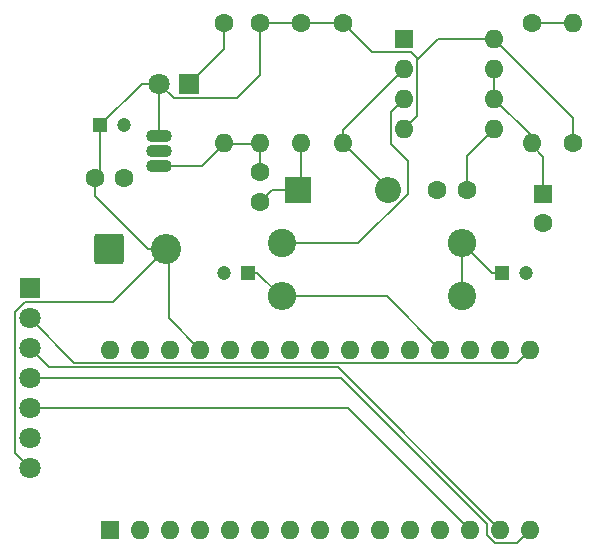
<source format=gtl>
%TF.GenerationSoftware,KiCad,Pcbnew,8.0.8-8.0.8-0~ubuntu24.04.1*%
%TF.CreationDate,2025-02-02T21:15:27-07:00*%
%TF.ProjectId,Speedometer,53706565-646f-46d6-9574-65722e6b6963,v1*%
%TF.SameCoordinates,Original*%
%TF.FileFunction,Copper,L1,Top*%
%TF.FilePolarity,Positive*%
%FSLAX46Y46*%
G04 Gerber Fmt 4.6, Leading zero omitted, Abs format (unit mm)*
G04 Created by KiCad (PCBNEW 8.0.8-8.0.8-0~ubuntu24.04.1) date 2025-02-02 21:15:27*
%MOMM*%
%LPD*%
G01*
G04 APERTURE LIST*
G04 Aperture macros list*
%AMRoundRect*
0 Rectangle with rounded corners*
0 $1 Rounding radius*
0 $2 $3 $4 $5 $6 $7 $8 $9 X,Y pos of 4 corners*
0 Add a 4 corners polygon primitive as box body*
4,1,4,$2,$3,$4,$5,$6,$7,$8,$9,$2,$3,0*
0 Add four circle primitives for the rounded corners*
1,1,$1+$1,$2,$3*
1,1,$1+$1,$4,$5*
1,1,$1+$1,$6,$7*
1,1,$1+$1,$8,$9*
0 Add four rect primitives between the rounded corners*
20,1,$1+$1,$2,$3,$4,$5,0*
20,1,$1+$1,$4,$5,$6,$7,0*
20,1,$1+$1,$6,$7,$8,$9,0*
20,1,$1+$1,$8,$9,$2,$3,0*%
G04 Aperture macros list end*
%TA.AperFunction,ComponentPad*%
%ADD10R,1.800000X1.800000*%
%TD*%
%TA.AperFunction,ComponentPad*%
%ADD11C,1.800000*%
%TD*%
%TA.AperFunction,ComponentPad*%
%ADD12C,1.600000*%
%TD*%
%TA.AperFunction,ComponentPad*%
%ADD13O,1.600000X1.600000*%
%TD*%
%TA.AperFunction,ComponentPad*%
%ADD14R,1.600000X1.600000*%
%TD*%
%TA.AperFunction,ComponentPad*%
%ADD15R,1.200000X1.200000*%
%TD*%
%TA.AperFunction,ComponentPad*%
%ADD16C,1.200000*%
%TD*%
%TA.AperFunction,ComponentPad*%
%ADD17C,2.400000*%
%TD*%
%TA.AperFunction,ComponentPad*%
%ADD18O,2.400000X2.400000*%
%TD*%
%TA.AperFunction,ComponentPad*%
%ADD19RoundRect,0.249999X-1.025001X-1.025001X1.025001X-1.025001X1.025001X1.025001X-1.025001X1.025001X0*%
%TD*%
%TA.AperFunction,ComponentPad*%
%ADD20C,2.550000*%
%TD*%
%TA.AperFunction,ComponentPad*%
%ADD21R,2.200000X2.200000*%
%TD*%
%TA.AperFunction,ComponentPad*%
%ADD22O,2.200000X2.200000*%
%TD*%
%TA.AperFunction,ComponentPad*%
%ADD23O,2.200000X1.100000*%
%TD*%
%TA.AperFunction,Conductor*%
%ADD24C,0.200000*%
%TD*%
G04 APERTURE END LIST*
D10*
%TO.P,D1,1,K*%
%TO.N,Net-(D1-K)*%
X126040000Y-54500000D03*
D11*
%TO.P,D1,2,A*%
%TO.N,+5V*%
X123500000Y-54500000D03*
%TD*%
D12*
%TO.P,C2,1*%
%TO.N,+5V*%
X118000000Y-62500000D03*
%TO.P,C2,2*%
%TO.N,GND*%
X120500000Y-62500000D03*
%TD*%
%TO.P,R1,1*%
%TO.N,Net-(D1-K)*%
X129000000Y-49340000D03*
D13*
%TO.P,R1,2*%
%TO.N,/Hall_Out*%
X129000000Y-59500000D03*
%TD*%
D12*
%TO.P,R3,1*%
%TO.N,+5V*%
X135500000Y-49340000D03*
D13*
%TO.P,R3,2*%
%TO.N,/Diff*%
X135500000Y-59500000D03*
%TD*%
D14*
%TO.P,UNIT_2,1,D1/TX*%
%TO.N,unconnected-(UNIT_2-D1{slash}TX-Pad1)*%
X119340000Y-92240000D03*
D13*
%TO.P,UNIT_2,2,D0/RX*%
%TO.N,unconnected-(UNIT_2-D0{slash}RX-Pad2)*%
X121880000Y-92240000D03*
%TO.P,UNIT_2,3,RESET*%
%TO.N,unconnected-(UNIT_2-RESET-Pad3)*%
X124420000Y-92240000D03*
%TO.P,UNIT_2,4,COM/GND*%
%TO.N,GND*%
X126960000Y-92240000D03*
%TO.P,UNIT_2,5,D2*%
%TO.N,unconnected-(UNIT_2-D2-Pad5)*%
X129500000Y-92240000D03*
%TO.P,UNIT_2,6,D3*%
%TO.N,unconnected-(UNIT_2-D3-Pad6)*%
X132040000Y-92240000D03*
%TO.P,UNIT_2,7,D4*%
%TO.N,unconnected-(UNIT_2-D4-Pad7)*%
X134580000Y-92240000D03*
%TO.P,UNIT_2,8,D5*%
%TO.N,unconnected-(UNIT_2-D5-Pad8)*%
X137120000Y-92240000D03*
%TO.P,UNIT_2,9,D6*%
%TO.N,unconnected-(UNIT_2-D6-Pad9)*%
X139660000Y-92240000D03*
%TO.P,UNIT_2,10,D7*%
%TO.N,unconnected-(UNIT_2-D7-Pad10)*%
X142200000Y-92240000D03*
%TO.P,UNIT_2,11,D8*%
%TO.N,unconnected-(UNIT_2-D8-Pad11)*%
X144740000Y-92240000D03*
%TO.P,UNIT_2,12,D9*%
%TO.N,unconnected-(UNIT_2-D9-Pad12)*%
X147280000Y-92240000D03*
%TO.P,UNIT_2,13,D10*%
%TO.N,CS*%
X149820000Y-92240000D03*
%TO.P,UNIT_2,14,D11/MOSI*%
%TO.N,SI*%
X152360000Y-92240000D03*
%TO.P,UNIT_2,15,D12/MISO*%
%TO.N,SO*%
X154900000Y-92240000D03*
%TO.P,UNIT_2,16,D13/SCK*%
%TO.N,SCK*%
X154900000Y-77000000D03*
%TO.P,UNIT_2,17,3V3*%
%TO.N,unconnected-(UNIT_2-3V3-Pad17)*%
X152360000Y-77000000D03*
%TO.P,UNIT_2,18,AREF*%
%TO.N,unconnected-(UNIT_2-AREF-Pad18)*%
X149820000Y-77000000D03*
%TO.P,UNIT_2,19,A0*%
%TO.N,/Nano_Input*%
X147280000Y-77000000D03*
%TO.P,UNIT_2,20,A1*%
%TO.N,unconnected-(UNIT_2-A1-Pad20)*%
X144740000Y-77000000D03*
%TO.P,UNIT_2,21,A2*%
%TO.N,unconnected-(UNIT_2-A2-Pad21)*%
X142200000Y-77000000D03*
%TO.P,UNIT_2,22,A3*%
%TO.N,unconnected-(UNIT_2-A3-Pad22)*%
X139660000Y-77000000D03*
%TO.P,UNIT_2,23,A4*%
%TO.N,unconnected-(UNIT_2-A4-Pad23)*%
X137120000Y-77000000D03*
%TO.P,UNIT_2,24,A5*%
%TO.N,unconnected-(UNIT_2-A5-Pad24)*%
X134580000Y-77000000D03*
%TO.P,UNIT_2,25,A6*%
%TO.N,unconnected-(UNIT_2-A6-Pad25)*%
X132040000Y-77000000D03*
%TO.P,UNIT_2,26,A7*%
%TO.N,unconnected-(UNIT_2-A7-Pad26)*%
X129500000Y-77000000D03*
%TO.P,UNIT_2,27,+5V*%
%TO.N,+5V*%
X126960000Y-77000000D03*
%TO.P,UNIT_2,28,RESET*%
%TO.N,unconnected-(UNIT_2-RESET-Pad28)*%
X124420000Y-77000000D03*
%TO.P,UNIT_2,29,COM/GND*%
%TO.N,GND*%
X121880000Y-77000000D03*
%TO.P,UNIT_2,30,VIN*%
%TO.N,unconnected-(UNIT_2-VIN-Pad30)*%
X119340000Y-77000000D03*
%TD*%
D15*
%TO.P,C1,1*%
%TO.N,+5V*%
X118500000Y-58000000D03*
D16*
%TO.P,C1,2*%
%TO.N,GND*%
X120500000Y-58000000D03*
%TD*%
D17*
%TO.P,R7,1*%
%TO.N,/NE555_Out*%
X133880000Y-68000000D03*
D18*
%TO.P,R7,2*%
%TO.N,/Filter1*%
X149120000Y-68000000D03*
%TD*%
D12*
%TO.P,C3,1*%
%TO.N,/Hall_Out*%
X132000000Y-62000000D03*
%TO.P,C3,2*%
%TO.N,/Diff*%
X132000000Y-64500000D03*
%TD*%
%TO.P,R2,1*%
%TO.N,+5V*%
X132000000Y-49340000D03*
D13*
%TO.P,R2,2*%
%TO.N,/Hall_Out*%
X132000000Y-59500000D03*
%TD*%
D12*
%TO.P,R5,1*%
%TO.N,+5V*%
X158500000Y-59500000D03*
D13*
%TO.P,R5,2*%
%TO.N,Net-(R5-Pad2)*%
X158500000Y-49340000D03*
%TD*%
D15*
%TO.P,C6,1*%
%TO.N,/Filter1*%
X152500000Y-70500000D03*
D16*
%TO.P,C6,2*%
%TO.N,GND*%
X154500000Y-70500000D03*
%TD*%
D12*
%TO.P,R6,1*%
%TO.N,Net-(R5-Pad2)*%
X155000000Y-49340000D03*
D13*
%TO.P,R6,2*%
%TO.N,/DIS_THR*%
X155000000Y-59500000D03*
%TD*%
D19*
%TO.P,J4,1,Pin_1*%
%TO.N,GND*%
X119250000Y-68500000D03*
D20*
%TO.P,J4,2,Pin_2*%
%TO.N,+5V*%
X124050000Y-68500000D03*
%TD*%
D12*
%TO.P,C4,1*%
%TO.N,GND*%
X147020000Y-63500000D03*
%TO.P,C4,2*%
%TO.N,/CV*%
X149520000Y-63500000D03*
%TD*%
D14*
%TO.P,U2,1,GND*%
%TO.N,GND*%
X144200000Y-50700000D03*
D13*
%TO.P,U2,2,TR*%
%TO.N,/Rect*%
X144200000Y-53240000D03*
%TO.P,U2,3,Q*%
%TO.N,/NE555_Out*%
X144200000Y-55780000D03*
%TO.P,U2,4,R*%
%TO.N,+5V*%
X144200000Y-58320000D03*
%TO.P,U2,5,CV*%
%TO.N,/CV*%
X151820000Y-58320000D03*
%TO.P,U2,6,THR*%
%TO.N,/DIS_THR*%
X151820000Y-55780000D03*
%TO.P,U2,7,DIS*%
X151820000Y-53240000D03*
%TO.P,U2,8,VCC*%
%TO.N,+5V*%
X151820000Y-50700000D03*
%TD*%
D14*
%TO.P,C5,1*%
%TO.N,/DIS_THR*%
X156000000Y-63817621D03*
D12*
%TO.P,C5,2*%
%TO.N,GND*%
X156000000Y-66317621D03*
%TD*%
D21*
%TO.P,D2,1,K*%
%TO.N,/Diff*%
X135190000Y-63500000D03*
D22*
%TO.P,D2,2,A*%
%TO.N,/Rect*%
X142810000Y-63500000D03*
%TD*%
D10*
%TO.P,UNIT_1,1,INT*%
%TO.N,unconnected-(UNIT_1-INT-Pad1)*%
X112500000Y-71760000D03*
D11*
%TO.P,UNIT_1,2,SCK*%
%TO.N,SCK*%
X112500000Y-74300000D03*
%TO.P,UNIT_1,3,SI*%
%TO.N,SI*%
X112500000Y-76840000D03*
%TO.P,UNIT_1,4,SO*%
%TO.N,SO*%
X112500000Y-79380000D03*
%TO.P,UNIT_1,5,CS*%
%TO.N,CS*%
X112500000Y-81920000D03*
%TO.P,UNIT_1,6,GND*%
%TO.N,GND*%
X112500000Y-84460000D03*
%TO.P,UNIT_1,7,VCC*%
%TO.N,+5V*%
X112500000Y-87000000D03*
%TD*%
D17*
%TO.P,R8,1*%
%TO.N,/Filter1*%
X149120000Y-72500000D03*
D18*
%TO.P,R8,2*%
%TO.N,/Nano_Input*%
X133880000Y-72500000D03*
%TD*%
D23*
%TO.P,U1,1,Vcc*%
%TO.N,+5V*%
X123500000Y-58960000D03*
%TO.P,U1,2,GND*%
%TO.N,GND*%
X123500000Y-60230000D03*
%TO.P,U1,3,OUT*%
%TO.N,/Hall_Out*%
X123500000Y-61500000D03*
%TD*%
D12*
%TO.P,R4,1*%
%TO.N,+5V*%
X139000000Y-49340000D03*
D13*
%TO.P,R4,2*%
%TO.N,/Rect*%
X139000000Y-59500000D03*
%TD*%
D15*
%TO.P,C7,1*%
%TO.N,/Nano_Input*%
X131000000Y-70500000D03*
D16*
%TO.P,C7,2*%
%TO.N,GND*%
X129000000Y-70500000D03*
%TD*%
D24*
%TO.N,Net-(D1-K)*%
X129000000Y-51540000D02*
X126040000Y-54500000D01*
X129000000Y-51540000D02*
X129000000Y-49340000D01*
%TO.N,SO*%
X151260000Y-91784365D02*
X151260000Y-92695635D01*
X138855635Y-79380000D02*
X151260000Y-91784365D01*
X151904365Y-93340000D02*
X153800000Y-93340000D01*
X112500000Y-79380000D02*
X138855635Y-79380000D01*
X153800000Y-93340000D02*
X154900000Y-92240000D01*
X151260000Y-92695635D02*
X151904365Y-93340000D01*
%TO.N,SI*%
X114160000Y-78500000D02*
X138620000Y-78500000D01*
X138620000Y-78500000D02*
X152360000Y-92240000D01*
X112500000Y-76840000D02*
X114160000Y-78500000D01*
%TO.N,+5V*%
X158500000Y-57380000D02*
X151820000Y-50700000D01*
X112500000Y-87000000D02*
X111300000Y-85800000D01*
X124700000Y-55700000D02*
X130050000Y-55700000D01*
X144200000Y-58320000D02*
X145300000Y-57220000D01*
X144800000Y-51800000D02*
X141460000Y-51800000D01*
X118000000Y-62500000D02*
X118000000Y-64000000D01*
X112102943Y-73000000D02*
X119550000Y-73000000D01*
X151820000Y-50700000D02*
X147100000Y-50700000D01*
X123500000Y-54500000D02*
X124700000Y-55700000D01*
X145300000Y-57220000D02*
X145300000Y-52500000D01*
X111300000Y-73802943D02*
X112102943Y-73000000D01*
X111300000Y-85800000D02*
X111300000Y-73802943D01*
X135500000Y-49340000D02*
X139000000Y-49340000D01*
X138920000Y-49420000D02*
X139000000Y-49340000D01*
X124300000Y-74340000D02*
X126960000Y-77000000D01*
X130050000Y-55700000D02*
X132000000Y-53750000D01*
X141460000Y-51800000D02*
X139000000Y-49340000D01*
X145300000Y-52500000D02*
X145300000Y-52300000D01*
X123500000Y-54500000D02*
X123500000Y-58960000D01*
X118500000Y-58000000D02*
X118500000Y-62000000D01*
X147100000Y-50700000D02*
X145300000Y-52500000D01*
X132000000Y-53750000D02*
X132000000Y-49340000D01*
X122000000Y-54500000D02*
X123500000Y-54500000D01*
X119550000Y-73000000D02*
X124050000Y-68500000D01*
X124300000Y-68750000D02*
X124300000Y-74340000D01*
X124050000Y-68500000D02*
X124300000Y-68750000D01*
X118500000Y-58000000D02*
X122000000Y-54500000D01*
X118500000Y-62000000D02*
X118000000Y-62500000D01*
X145300000Y-52300000D02*
X144800000Y-51800000D01*
X132000000Y-49340000D02*
X135500000Y-49340000D01*
X122500000Y-68500000D02*
X124050000Y-68500000D01*
X158500000Y-59500000D02*
X158500000Y-57380000D01*
X118000000Y-64000000D02*
X122500000Y-68500000D01*
%TO.N,/Nano_Input*%
X133760000Y-72500000D02*
X131760000Y-70500000D01*
X131760000Y-70500000D02*
X131000000Y-70500000D01*
X142780000Y-72500000D02*
X147280000Y-77000000D01*
X133880000Y-72500000D02*
X142780000Y-72500000D01*
%TO.N,SCK*%
X116300000Y-78100000D02*
X153800000Y-78100000D01*
X153800000Y-78100000D02*
X154900000Y-77000000D01*
X112500000Y-74300000D02*
X116300000Y-78100000D01*
%TO.N,CS*%
X112500000Y-81920000D02*
X139500000Y-81920000D01*
X139500000Y-81920000D02*
X149820000Y-92240000D01*
%TO.N,Net-(R5-Pad2)*%
X155160000Y-49340000D02*
X155000000Y-49500000D01*
X155000000Y-49340000D02*
X158500000Y-49340000D01*
%TO.N,/NE555_Out*%
X144500000Y-61000000D02*
X144500000Y-63789899D01*
X143100000Y-56880000D02*
X143100000Y-59600000D01*
X144500000Y-63789899D02*
X140289899Y-68000000D01*
X144200000Y-55780000D02*
X143100000Y-56880000D01*
X140289899Y-68000000D02*
X133880000Y-68000000D01*
X143100000Y-59600000D02*
X144500000Y-61000000D01*
%TO.N,/Diff*%
X133000000Y-63500000D02*
X132000000Y-64500000D01*
X135190000Y-63500000D02*
X133000000Y-63500000D01*
X135500000Y-63190000D02*
X135190000Y-63500000D01*
X135500000Y-59580000D02*
X135500000Y-63190000D01*
%TO.N,/Hall_Out*%
X129000000Y-59580000D02*
X127080000Y-61500000D01*
X127080000Y-61500000D02*
X123500000Y-61500000D01*
X129000000Y-59580000D02*
X132000000Y-59580000D01*
X132000000Y-59580000D02*
X132000000Y-62000000D01*
%TO.N,/CV*%
X149500000Y-63500000D02*
X149500000Y-60640000D01*
X149500000Y-60640000D02*
X151820000Y-58320000D01*
%TO.N,/DIS_THR*%
X156000000Y-60660000D02*
X155000000Y-59660000D01*
X151820000Y-55780000D02*
X155000000Y-58960000D01*
X151820000Y-55780000D02*
X151820000Y-53240000D01*
X155000000Y-58960000D02*
X155000000Y-59660000D01*
X156000000Y-63817621D02*
X156000000Y-60660000D01*
%TO.N,/Filter1*%
X151620000Y-70500000D02*
X149120000Y-68000000D01*
X152500000Y-70500000D02*
X151620000Y-70500000D01*
X149120000Y-68000000D02*
X149120000Y-72500000D01*
X149120000Y-72380000D02*
X149000000Y-72500000D01*
%TO.N,/Rect*%
X142810000Y-63310000D02*
X142810000Y-63500000D01*
X139000000Y-58440000D02*
X144200000Y-53240000D01*
X139000000Y-59500000D02*
X139000000Y-58440000D01*
X139000000Y-59500000D02*
X142810000Y-63310000D01*
%TD*%
M02*

</source>
